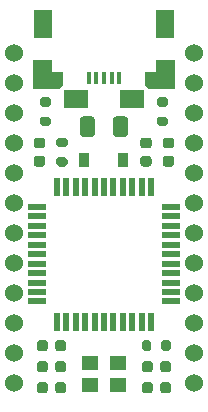
<source format=gbr>
%TF.GenerationSoftware,KiCad,Pcbnew,(5.1.9)-1*%
%TF.CreationDate,2021-03-22T03:11:48+09:00*%
%TF.ProjectId,yuiopPM,7975696f-7050-44d2-9e6b-696361645f70,1*%
%TF.SameCoordinates,Original*%
%TF.FileFunction,Soldermask,Top*%
%TF.FilePolarity,Negative*%
%FSLAX46Y46*%
G04 Gerber Fmt 4.6, Leading zero omitted, Abs format (unit mm)*
G04 Created by KiCad (PCBNEW (5.1.9)-1) date 2021-03-22 03:11:48*
%MOMM*%
%LPD*%
G01*
G04 APERTURE LIST*
%ADD10C,0.100000*%
%ADD11R,1.600000X2.400000*%
%ADD12R,2.000000X1.500000*%
%ADD13R,0.400000X1.050000*%
%ADD14R,1.400000X1.200000*%
%ADD15R,1.500000X0.550000*%
%ADD16R,0.550000X1.500000*%
%ADD17C,1.524000*%
%ADD18R,0.900000X1.200000*%
G04 APERTURE END LIST*
D10*
%TO.C,J1*%
G36*
X141319025Y-99510304D02*
G01*
X141318087Y-99510019D01*
X141317222Y-99509557D01*
X141316464Y-99508936D01*
X141315843Y-99508178D01*
X141315381Y-99507313D01*
X141315096Y-99506375D01*
X141315000Y-99505400D01*
X141315000Y-97105400D01*
X141315096Y-97104425D01*
X141315381Y-97103487D01*
X141315843Y-97102622D01*
X141316464Y-97101864D01*
X141317222Y-97101243D01*
X141318087Y-97100781D01*
X141319025Y-97100496D01*
X141320000Y-97100400D01*
X142920000Y-97100400D01*
X142920975Y-97100496D01*
X142921913Y-97100781D01*
X142922778Y-97101243D01*
X142923536Y-97101864D01*
X142924157Y-97102622D01*
X142924619Y-97103487D01*
X142924904Y-97104425D01*
X142925000Y-97105400D01*
X142925000Y-98100400D01*
X143870000Y-98100400D01*
X143870975Y-98100496D01*
X143871913Y-98100781D01*
X143872778Y-98101243D01*
X143873536Y-98101864D01*
X143874157Y-98102622D01*
X143874619Y-98103487D01*
X143874904Y-98104425D01*
X143875000Y-98105400D01*
X143875000Y-99205400D01*
X143874904Y-99206375D01*
X143874619Y-99207313D01*
X143874157Y-99208178D01*
X143873536Y-99208936D01*
X143573536Y-99508936D01*
X143572778Y-99509557D01*
X143571913Y-99510019D01*
X143570975Y-99510304D01*
X143570000Y-99510400D01*
X141320000Y-99510400D01*
X141319025Y-99510304D01*
G37*
G36*
X151069025Y-99510304D02*
G01*
X151068087Y-99510019D01*
X151067222Y-99509557D01*
X151066464Y-99508936D01*
X150766464Y-99208936D01*
X150765843Y-99208178D01*
X150765381Y-99207313D01*
X150765096Y-99206375D01*
X150765000Y-99205400D01*
X150765000Y-98105400D01*
X150765096Y-98104425D01*
X150765381Y-98103487D01*
X150765843Y-98102622D01*
X150766464Y-98101864D01*
X150767222Y-98101243D01*
X150768087Y-98100781D01*
X150769025Y-98100496D01*
X150770000Y-98100400D01*
X151715000Y-98100400D01*
X151715000Y-97105400D01*
X151715096Y-97104425D01*
X151715381Y-97103487D01*
X151715843Y-97102622D01*
X151716464Y-97101864D01*
X151717222Y-97101243D01*
X151718087Y-97100781D01*
X151719025Y-97100496D01*
X151720000Y-97100400D01*
X153320000Y-97100400D01*
X153320975Y-97100496D01*
X153321913Y-97100781D01*
X153322778Y-97101243D01*
X153323536Y-97101864D01*
X153324157Y-97102622D01*
X153324619Y-97103487D01*
X153324904Y-97104425D01*
X153325000Y-97105400D01*
X153325000Y-99505400D01*
X153324904Y-99506375D01*
X153324619Y-99507313D01*
X153324157Y-99508178D01*
X153323536Y-99508936D01*
X153322778Y-99509557D01*
X153321913Y-99510019D01*
X153320975Y-99510304D01*
X153320000Y-99510400D01*
X151070000Y-99510400D01*
X151069025Y-99510304D01*
G37*
D11*
X142120000Y-94005400D03*
X152520000Y-94005400D03*
D12*
X144970000Y-100405400D03*
X149670000Y-100405400D03*
D13*
X148620000Y-98630400D03*
X147970000Y-98630400D03*
X147320000Y-98630400D03*
X146670000Y-98630400D03*
X146020000Y-98630400D03*
%TD*%
D14*
%TO.C,X1*%
X148520000Y-124648000D03*
X146120000Y-124648000D03*
X146120000Y-122748000D03*
X148520000Y-122748000D03*
%TD*%
D15*
%TO.C,U1*%
X153020000Y-109538000D03*
X153020000Y-110338000D03*
X153020000Y-111138000D03*
X153020000Y-111938000D03*
X153020000Y-112738000D03*
X153020000Y-113538000D03*
X153020000Y-114338000D03*
X153020000Y-115138000D03*
X153020000Y-115938000D03*
X153020000Y-116738000D03*
X153020000Y-117538000D03*
D16*
X151320000Y-119238000D03*
X150520000Y-119238000D03*
X149720000Y-119238000D03*
X148920000Y-119238000D03*
X148120000Y-119238000D03*
X147320000Y-119238000D03*
X146520000Y-119238000D03*
X145720000Y-119238000D03*
X144920000Y-119238000D03*
X144120000Y-119238000D03*
X143320000Y-119238000D03*
D15*
X141620000Y-117538000D03*
X141620000Y-116738000D03*
X141620000Y-115938000D03*
X141620000Y-115138000D03*
X141620000Y-114338000D03*
X141620000Y-113538000D03*
X141620000Y-112738000D03*
X141620000Y-111938000D03*
X141620000Y-111138000D03*
X141620000Y-110338000D03*
X141620000Y-109538000D03*
D16*
X143320000Y-107838000D03*
X144120000Y-107838000D03*
X144920000Y-107838000D03*
X145720000Y-107838000D03*
X146520000Y-107838000D03*
X147320000Y-107838000D03*
X148120000Y-107838000D03*
X148920000Y-107838000D03*
X149720000Y-107838000D03*
X150520000Y-107838000D03*
X151320000Y-107838000D03*
%TD*%
%TO.C,R4*%
G36*
G01*
X152548000Y-101048000D02*
X151998000Y-101048000D01*
G75*
G02*
X151798000Y-100848000I0J200000D01*
G01*
X151798000Y-100448000D01*
G75*
G02*
X151998000Y-100248000I200000J0D01*
G01*
X152548000Y-100248000D01*
G75*
G02*
X152748000Y-100448000I0J-200000D01*
G01*
X152748000Y-100848000D01*
G75*
G02*
X152548000Y-101048000I-200000J0D01*
G01*
G37*
G36*
G01*
X152548000Y-102698000D02*
X151998000Y-102698000D01*
G75*
G02*
X151798000Y-102498000I0J200000D01*
G01*
X151798000Y-102098000D01*
G75*
G02*
X151998000Y-101898000I200000J0D01*
G01*
X152548000Y-101898000D01*
G75*
G02*
X152748000Y-102098000I0J-200000D01*
G01*
X152748000Y-102498000D01*
G75*
G02*
X152548000Y-102698000I-200000J0D01*
G01*
G37*
%TD*%
%TO.C,R3*%
G36*
G01*
X142642000Y-101048000D02*
X142092000Y-101048000D01*
G75*
G02*
X141892000Y-100848000I0J200000D01*
G01*
X141892000Y-100448000D01*
G75*
G02*
X142092000Y-100248000I200000J0D01*
G01*
X142642000Y-100248000D01*
G75*
G02*
X142842000Y-100448000I0J-200000D01*
G01*
X142842000Y-100848000D01*
G75*
G02*
X142642000Y-101048000I-200000J0D01*
G01*
G37*
G36*
G01*
X142642000Y-102698000D02*
X142092000Y-102698000D01*
G75*
G02*
X141892000Y-102498000I0J200000D01*
G01*
X141892000Y-102098000D01*
G75*
G02*
X142092000Y-101898000I200000J0D01*
G01*
X142642000Y-101898000D01*
G75*
G02*
X142842000Y-102098000I0J-200000D01*
G01*
X142842000Y-102498000D01*
G75*
G02*
X142642000Y-102698000I-200000J0D01*
G01*
G37*
%TD*%
%TO.C,R2*%
G36*
G01*
X152190000Y-121560000D02*
X152190000Y-121010000D01*
G75*
G02*
X152390000Y-120810000I200000J0D01*
G01*
X152790000Y-120810000D01*
G75*
G02*
X152990000Y-121010000I0J-200000D01*
G01*
X152990000Y-121560000D01*
G75*
G02*
X152790000Y-121760000I-200000J0D01*
G01*
X152390000Y-121760000D01*
G75*
G02*
X152190000Y-121560000I0J200000D01*
G01*
G37*
G36*
G01*
X150540000Y-121560000D02*
X150540000Y-121010000D01*
G75*
G02*
X150740000Y-120810000I200000J0D01*
G01*
X151140000Y-120810000D01*
G75*
G02*
X151340000Y-121010000I0J-200000D01*
G01*
X151340000Y-121560000D01*
G75*
G02*
X151140000Y-121760000I-200000J0D01*
G01*
X150740000Y-121760000D01*
G75*
G02*
X150540000Y-121560000I0J200000D01*
G01*
G37*
%TD*%
%TO.C,R1*%
G36*
G01*
X143489000Y-105327000D02*
X144039000Y-105327000D01*
G75*
G02*
X144239000Y-105527000I0J-200000D01*
G01*
X144239000Y-105927000D01*
G75*
G02*
X144039000Y-106127000I-200000J0D01*
G01*
X143489000Y-106127000D01*
G75*
G02*
X143289000Y-105927000I0J200000D01*
G01*
X143289000Y-105527000D01*
G75*
G02*
X143489000Y-105327000I200000J0D01*
G01*
G37*
G36*
G01*
X143489000Y-103677000D02*
X144039000Y-103677000D01*
G75*
G02*
X144239000Y-103877000I0J-200000D01*
G01*
X144239000Y-104277000D01*
G75*
G02*
X144039000Y-104477000I-200000J0D01*
G01*
X143489000Y-104477000D01*
G75*
G02*
X143289000Y-104277000I0J200000D01*
G01*
X143289000Y-103877000D01*
G75*
G02*
X143489000Y-103677000I200000J0D01*
G01*
G37*
%TD*%
%TO.C,F1*%
G36*
G01*
X148095000Y-103368000D02*
X148095000Y-102118000D01*
G75*
G02*
X148345000Y-101868000I250000J0D01*
G01*
X149095000Y-101868000D01*
G75*
G02*
X149345000Y-102118000I0J-250000D01*
G01*
X149345000Y-103368000D01*
G75*
G02*
X149095000Y-103618000I-250000J0D01*
G01*
X148345000Y-103618000D01*
G75*
G02*
X148095000Y-103368000I0J250000D01*
G01*
G37*
G36*
G01*
X145295000Y-103368000D02*
X145295000Y-102118000D01*
G75*
G02*
X145545000Y-101868000I250000J0D01*
G01*
X146295000Y-101868000D01*
G75*
G02*
X146545000Y-102118000I0J-250000D01*
G01*
X146545000Y-103368000D01*
G75*
G02*
X146295000Y-103618000I-250000J0D01*
G01*
X145545000Y-103618000D01*
G75*
G02*
X145295000Y-103368000I0J250000D01*
G01*
G37*
%TD*%
%TO.C,C8*%
G36*
G01*
X150626000Y-105227000D02*
X151126000Y-105227000D01*
G75*
G02*
X151351000Y-105452000I0J-225000D01*
G01*
X151351000Y-105902000D01*
G75*
G02*
X151126000Y-106127000I-225000J0D01*
G01*
X150626000Y-106127000D01*
G75*
G02*
X150401000Y-105902000I0J225000D01*
G01*
X150401000Y-105452000D01*
G75*
G02*
X150626000Y-105227000I225000J0D01*
G01*
G37*
G36*
G01*
X150626000Y-103677000D02*
X151126000Y-103677000D01*
G75*
G02*
X151351000Y-103902000I0J-225000D01*
G01*
X151351000Y-104352000D01*
G75*
G02*
X151126000Y-104577000I-225000J0D01*
G01*
X150626000Y-104577000D01*
G75*
G02*
X150401000Y-104352000I0J225000D01*
G01*
X150401000Y-103902000D01*
G75*
G02*
X150626000Y-103677000I225000J0D01*
G01*
G37*
%TD*%
%TO.C,C7*%
G36*
G01*
X153031000Y-104577000D02*
X152531000Y-104577000D01*
G75*
G02*
X152306000Y-104352000I0J225000D01*
G01*
X152306000Y-103902000D01*
G75*
G02*
X152531000Y-103677000I225000J0D01*
G01*
X153031000Y-103677000D01*
G75*
G02*
X153256000Y-103902000I0J-225000D01*
G01*
X153256000Y-104352000D01*
G75*
G02*
X153031000Y-104577000I-225000J0D01*
G01*
G37*
G36*
G01*
X153031000Y-106127000D02*
X152531000Y-106127000D01*
G75*
G02*
X152306000Y-105902000I0J225000D01*
G01*
X152306000Y-105452000D01*
G75*
G02*
X152531000Y-105227000I225000J0D01*
G01*
X153031000Y-105227000D01*
G75*
G02*
X153256000Y-105452000I0J-225000D01*
G01*
X153256000Y-105902000D01*
G75*
G02*
X153031000Y-106127000I-225000J0D01*
G01*
G37*
%TD*%
%TO.C,C6*%
G36*
G01*
X142109000Y-104577000D02*
X141609000Y-104577000D01*
G75*
G02*
X141384000Y-104352000I0J225000D01*
G01*
X141384000Y-103902000D01*
G75*
G02*
X141609000Y-103677000I225000J0D01*
G01*
X142109000Y-103677000D01*
G75*
G02*
X142334000Y-103902000I0J-225000D01*
G01*
X142334000Y-104352000D01*
G75*
G02*
X142109000Y-104577000I-225000J0D01*
G01*
G37*
G36*
G01*
X142109000Y-106127000D02*
X141609000Y-106127000D01*
G75*
G02*
X141384000Y-105902000I0J225000D01*
G01*
X141384000Y-105452000D01*
G75*
G02*
X141609000Y-105227000I225000J0D01*
G01*
X142109000Y-105227000D01*
G75*
G02*
X142334000Y-105452000I0J-225000D01*
G01*
X142334000Y-105902000D01*
G75*
G02*
X142109000Y-106127000I-225000J0D01*
G01*
G37*
%TD*%
%TO.C,C5*%
G36*
G01*
X151440000Y-122813000D02*
X151440000Y-123313000D01*
G75*
G02*
X151215000Y-123538000I-225000J0D01*
G01*
X150765000Y-123538000D01*
G75*
G02*
X150540000Y-123313000I0J225000D01*
G01*
X150540000Y-122813000D01*
G75*
G02*
X150765000Y-122588000I225000J0D01*
G01*
X151215000Y-122588000D01*
G75*
G02*
X151440000Y-122813000I0J-225000D01*
G01*
G37*
G36*
G01*
X152990000Y-122813000D02*
X152990000Y-123313000D01*
G75*
G02*
X152765000Y-123538000I-225000J0D01*
G01*
X152315000Y-123538000D01*
G75*
G02*
X152090000Y-123313000I0J225000D01*
G01*
X152090000Y-122813000D01*
G75*
G02*
X152315000Y-122588000I225000J0D01*
G01*
X152765000Y-122588000D01*
G75*
G02*
X152990000Y-122813000I0J-225000D01*
G01*
G37*
%TD*%
%TO.C,C4*%
G36*
G01*
X142550000Y-122813000D02*
X142550000Y-123313000D01*
G75*
G02*
X142325000Y-123538000I-225000J0D01*
G01*
X141875000Y-123538000D01*
G75*
G02*
X141650000Y-123313000I0J225000D01*
G01*
X141650000Y-122813000D01*
G75*
G02*
X141875000Y-122588000I225000J0D01*
G01*
X142325000Y-122588000D01*
G75*
G02*
X142550000Y-122813000I0J-225000D01*
G01*
G37*
G36*
G01*
X144100000Y-122813000D02*
X144100000Y-123313000D01*
G75*
G02*
X143875000Y-123538000I-225000J0D01*
G01*
X143425000Y-123538000D01*
G75*
G02*
X143200000Y-123313000I0J225000D01*
G01*
X143200000Y-122813000D01*
G75*
G02*
X143425000Y-122588000I225000J0D01*
G01*
X143875000Y-122588000D01*
G75*
G02*
X144100000Y-122813000I0J-225000D01*
G01*
G37*
%TD*%
%TO.C,C3*%
G36*
G01*
X142550000Y-121035000D02*
X142550000Y-121535000D01*
G75*
G02*
X142325000Y-121760000I-225000J0D01*
G01*
X141875000Y-121760000D01*
G75*
G02*
X141650000Y-121535000I0J225000D01*
G01*
X141650000Y-121035000D01*
G75*
G02*
X141875000Y-120810000I225000J0D01*
G01*
X142325000Y-120810000D01*
G75*
G02*
X142550000Y-121035000I0J-225000D01*
G01*
G37*
G36*
G01*
X144100000Y-121035000D02*
X144100000Y-121535000D01*
G75*
G02*
X143875000Y-121760000I-225000J0D01*
G01*
X143425000Y-121760000D01*
G75*
G02*
X143200000Y-121535000I0J225000D01*
G01*
X143200000Y-121035000D01*
G75*
G02*
X143425000Y-120810000I225000J0D01*
G01*
X143875000Y-120810000D01*
G75*
G02*
X144100000Y-121035000I0J-225000D01*
G01*
G37*
%TD*%
%TO.C,C2*%
G36*
G01*
X142550000Y-124591000D02*
X142550000Y-125091000D01*
G75*
G02*
X142325000Y-125316000I-225000J0D01*
G01*
X141875000Y-125316000D01*
G75*
G02*
X141650000Y-125091000I0J225000D01*
G01*
X141650000Y-124591000D01*
G75*
G02*
X141875000Y-124366000I225000J0D01*
G01*
X142325000Y-124366000D01*
G75*
G02*
X142550000Y-124591000I0J-225000D01*
G01*
G37*
G36*
G01*
X144100000Y-124591000D02*
X144100000Y-125091000D01*
G75*
G02*
X143875000Y-125316000I-225000J0D01*
G01*
X143425000Y-125316000D01*
G75*
G02*
X143200000Y-125091000I0J225000D01*
G01*
X143200000Y-124591000D01*
G75*
G02*
X143425000Y-124366000I225000J0D01*
G01*
X143875000Y-124366000D01*
G75*
G02*
X144100000Y-124591000I0J-225000D01*
G01*
G37*
%TD*%
%TO.C,C1*%
G36*
G01*
X152090000Y-125091000D02*
X152090000Y-124591000D01*
G75*
G02*
X152315000Y-124366000I225000J0D01*
G01*
X152765000Y-124366000D01*
G75*
G02*
X152990000Y-124591000I0J-225000D01*
G01*
X152990000Y-125091000D01*
G75*
G02*
X152765000Y-125316000I-225000J0D01*
G01*
X152315000Y-125316000D01*
G75*
G02*
X152090000Y-125091000I0J225000D01*
G01*
G37*
G36*
G01*
X150540000Y-125091000D02*
X150540000Y-124591000D01*
G75*
G02*
X150765000Y-124366000I225000J0D01*
G01*
X151215000Y-124366000D01*
G75*
G02*
X151440000Y-124591000I0J-225000D01*
G01*
X151440000Y-125091000D01*
G75*
G02*
X151215000Y-125316000I-225000J0D01*
G01*
X150765000Y-125316000D01*
G75*
G02*
X150540000Y-125091000I0J225000D01*
G01*
G37*
%TD*%
D17*
%TO.C,J3*%
X154940000Y-124460000D03*
X154940000Y-121920000D03*
X154940000Y-119380000D03*
X154940000Y-116840000D03*
X154940000Y-114300000D03*
X154940000Y-111760000D03*
X154940000Y-109220000D03*
X154940000Y-106680000D03*
X154940000Y-104140000D03*
X154940000Y-101600000D03*
X154940000Y-99060000D03*
X154940000Y-96520000D03*
%TD*%
%TO.C,J2*%
X139700000Y-124460000D03*
X139700000Y-121920000D03*
X139700000Y-119380000D03*
X139700000Y-116840000D03*
X139700000Y-114300000D03*
X139700000Y-111760000D03*
X139700000Y-109220000D03*
X139700000Y-106680000D03*
X139700000Y-104140000D03*
X139700000Y-101600000D03*
X139700000Y-99060000D03*
X139700000Y-96520000D03*
%TD*%
D18*
%TO.C,D1*%
X148970000Y-105537000D03*
X145670000Y-105537000D03*
%TD*%
M02*

</source>
